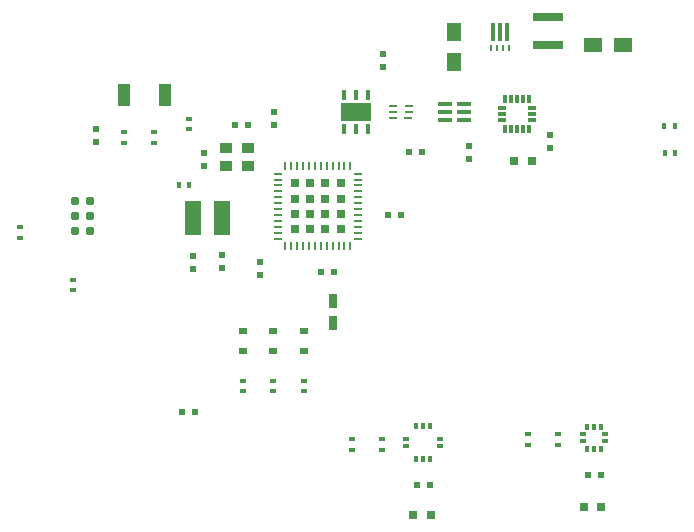
<source format=gbr>
G04 #@! TF.FileFunction,Paste,Top*
%FSLAX46Y46*%
G04 Gerber Fmt 4.6, Leading zero omitted, Abs format (unit mm)*
G04 Created by KiCad (PCBNEW 4.0.4-stable) date 01/20/17 21:30:08*
%MOMM*%
%LPD*%
G01*
G04 APERTURE LIST*
%ADD10C,0.100000*%
%ADD11R,1.250000X1.500000*%
%ADD12R,1.500000X1.250000*%
%ADD13R,0.500000X0.600000*%
%ADD14R,0.600000X0.500000*%
%ADD15R,0.800000X0.750000*%
%ADD16R,2.500000X0.750000*%
%ADD17R,1.400000X3.000000*%
%ADD18R,0.400000X0.600000*%
%ADD19R,0.250000X0.600000*%
%ADD20O,0.250000X0.600000*%
%ADD21R,0.300000X1.500000*%
%ADD22R,0.700000X0.250000*%
%ADD23R,0.250000X0.700000*%
%ADD24R,0.772500X0.772500*%
%ADD25R,0.800000X0.250000*%
%ADD26R,0.650000X0.250000*%
%ADD27R,0.450000X0.850000*%
%ADD28R,2.500000X1.600000*%
%ADD29R,1.000000X0.950000*%
%ADD30R,0.350000X0.800000*%
%ADD31R,0.800000X0.350000*%
%ADD32R,1.300000X0.400000*%
%ADD33R,0.800000X0.600000*%
%ADD34R,0.600000X0.400000*%
%ADD35C,0.787400*%
%ADD36R,0.750000X1.200000*%
%ADD37R,0.550000X0.400000*%
%ADD38R,0.400000X0.550000*%
%ADD39R,1.000000X1.900000*%
G04 APERTURE END LIST*
D10*
D11*
X134620000Y-80080800D03*
X134620000Y-82580800D03*
D12*
X146400200Y-81203800D03*
X148900200Y-81203800D03*
D13*
X119329200Y-87976800D03*
X119329200Y-86876800D03*
D14*
X129040800Y-95529400D03*
X130140800Y-95529400D03*
X117186800Y-87960200D03*
X116086800Y-87960200D03*
D13*
X118160800Y-99576800D03*
X118160800Y-100676800D03*
D14*
X123351200Y-100431600D03*
X124451200Y-100431600D03*
D13*
X113461800Y-91431200D03*
X113461800Y-90331200D03*
X112522000Y-99018000D03*
X112522000Y-100118000D03*
X114935000Y-98967200D03*
X114935000Y-100067200D03*
D14*
X130768000Y-90220800D03*
X131868000Y-90220800D03*
D13*
X142748000Y-88781800D03*
X142748000Y-89881800D03*
D15*
X141212000Y-91008200D03*
X139712000Y-91008200D03*
D13*
X135864600Y-89721600D03*
X135864600Y-90821600D03*
X128574800Y-82998400D03*
X128574800Y-81898400D03*
D16*
X142570200Y-81209600D03*
X142570200Y-78759600D03*
D17*
X114935000Y-95859600D03*
X112535000Y-95859600D03*
D18*
X111310000Y-93014800D03*
X112210000Y-93014800D03*
D19*
X137752200Y-81432400D03*
D20*
X138252200Y-81432400D03*
D21*
X137902200Y-80082400D03*
X138502200Y-80082400D03*
X139102200Y-80082400D03*
D20*
X138752200Y-81432400D03*
X139252200Y-81432400D03*
D22*
X119681600Y-92064600D03*
X119681600Y-92564600D03*
X119681600Y-93064600D03*
X119681600Y-93564600D03*
X119681600Y-94064600D03*
X119681600Y-94564600D03*
X119681600Y-95064600D03*
X119681600Y-95564600D03*
X119681600Y-96064600D03*
X119681600Y-96564600D03*
X119681600Y-97064600D03*
X119681600Y-97564600D03*
D23*
X120331600Y-98214600D03*
X120831600Y-98214600D03*
X121331600Y-98214600D03*
X121831600Y-98214600D03*
X122331600Y-98214600D03*
X122831600Y-98214600D03*
X123331600Y-98214600D03*
X123831600Y-98214600D03*
X124331600Y-98214600D03*
X124831600Y-98214600D03*
X125331600Y-98214600D03*
X125831600Y-98214600D03*
D22*
X126481600Y-97564600D03*
X126481600Y-97064600D03*
X126481600Y-96564600D03*
X126481600Y-96064600D03*
X126481600Y-95564600D03*
X126481600Y-95064600D03*
X126481600Y-94564600D03*
X126481600Y-94064600D03*
X126481600Y-93564600D03*
X126481600Y-93064600D03*
X126481600Y-92564600D03*
X126481600Y-92064600D03*
D23*
X125831600Y-91414600D03*
X125331600Y-91414600D03*
X124831600Y-91414600D03*
X124331600Y-91414600D03*
X123831600Y-91414600D03*
X123331600Y-91414600D03*
X122831600Y-91414600D03*
X122331600Y-91414600D03*
X121831600Y-91414600D03*
X121331600Y-91414600D03*
X120831600Y-91414600D03*
X120331600Y-91414600D03*
D24*
X125012850Y-96745850D03*
X125012850Y-95458350D03*
X125012850Y-94170850D03*
X125012850Y-92883350D03*
X123725350Y-96745850D03*
X123725350Y-95458350D03*
X123725350Y-94170850D03*
X123725350Y-92883350D03*
X122437850Y-96745850D03*
X122437850Y-95458350D03*
X122437850Y-94170850D03*
X122437850Y-92883350D03*
X121150350Y-96745850D03*
X121150350Y-95458350D03*
X121150350Y-94170850D03*
X121150350Y-92883350D03*
D25*
X130751235Y-87320865D03*
D26*
X130826235Y-86820865D03*
X130826235Y-86320865D03*
X129476235Y-86320865D03*
X129476235Y-86820865D03*
X129476235Y-87320865D03*
D27*
X125290435Y-88294065D03*
X126290435Y-88294065D03*
X127290435Y-88294065D03*
X127290435Y-85394065D03*
X126290435Y-85394065D03*
X125290435Y-85394065D03*
D28*
X126290435Y-86844065D03*
D29*
X117180800Y-89852200D03*
X115330800Y-89852200D03*
X115330800Y-91402200D03*
X117180800Y-91402200D03*
D30*
X140930235Y-88248665D03*
X140430235Y-88248665D03*
X139930235Y-88248665D03*
X139430235Y-88248665D03*
X138930235Y-88248665D03*
D31*
X138680235Y-86498665D03*
X138680235Y-87498665D03*
X138680235Y-86998665D03*
D30*
X138930235Y-85748665D03*
X139430235Y-85748665D03*
X139930235Y-85748665D03*
X140430235Y-85748665D03*
X140930235Y-85748665D03*
D31*
X141180235Y-86498665D03*
X141180235Y-86998665D03*
X141180235Y-87498665D03*
D32*
X135421635Y-86846265D03*
X133821635Y-86846265D03*
X135421635Y-86196265D03*
X135421635Y-87496265D03*
X133821635Y-87496265D03*
X133821635Y-86196265D03*
D33*
X116713000Y-105398200D03*
X116713000Y-107098200D03*
X119303800Y-105372800D03*
X119303800Y-107072800D03*
X121945400Y-105372800D03*
X121945400Y-107072800D03*
D34*
X116713000Y-109582800D03*
X116713000Y-110482800D03*
X119303800Y-109582800D03*
X119303800Y-110482800D03*
X121945400Y-109582800D03*
X121945400Y-110482800D03*
D18*
X152407200Y-88011000D03*
X153307200Y-88011000D03*
X153332600Y-90347800D03*
X152432600Y-90347800D03*
D35*
X103784400Y-96926400D03*
X103784400Y-95656400D03*
X103784400Y-94386400D03*
X102514400Y-94386400D03*
X102514400Y-95656400D03*
X102514400Y-96926400D03*
D36*
X124333000Y-102809000D03*
X124333000Y-104709000D03*
D15*
X147079400Y-120269000D03*
X145579400Y-120269000D03*
D14*
X147057200Y-117551200D03*
X145957200Y-117551200D03*
X132604600Y-118465600D03*
X131504600Y-118465600D03*
D15*
X132626800Y-120954800D03*
X131126800Y-120954800D03*
D34*
X102336600Y-101048400D03*
X102336600Y-101948400D03*
X97866200Y-97478000D03*
X97866200Y-96578000D03*
X125933200Y-115461200D03*
X125933200Y-114561200D03*
X128549400Y-115454000D03*
X128549400Y-114554000D03*
X140893800Y-115029400D03*
X140893800Y-114129400D03*
X143408400Y-115029400D03*
X143408400Y-114129400D03*
D37*
X147376400Y-114727000D03*
X147376400Y-114127000D03*
D38*
X147056400Y-113507000D03*
X146456400Y-113507000D03*
X145856400Y-113507000D03*
D37*
X145536400Y-114127000D03*
X145536400Y-114727000D03*
D38*
X145856400Y-115347000D03*
X146456400Y-115347000D03*
X147056400Y-115347000D03*
D13*
X104292400Y-89373800D03*
X104292400Y-88273800D03*
D34*
X109194600Y-88577000D03*
X109194600Y-89477000D03*
X106705400Y-89477000D03*
X106705400Y-88577000D03*
D39*
X110107200Y-85369400D03*
X106707200Y-85369400D03*
D37*
X133428800Y-115133400D03*
X133428800Y-114533400D03*
D38*
X132603800Y-113408400D03*
X132003800Y-113408400D03*
X131403800Y-113408400D03*
D37*
X130578800Y-114533400D03*
X130578800Y-115133400D03*
D38*
X131403800Y-116258400D03*
X132003800Y-116258400D03*
X132603800Y-116258400D03*
D14*
X111591000Y-112268000D03*
X112691000Y-112268000D03*
D34*
X112191800Y-88308600D03*
X112191800Y-87408600D03*
M02*

</source>
